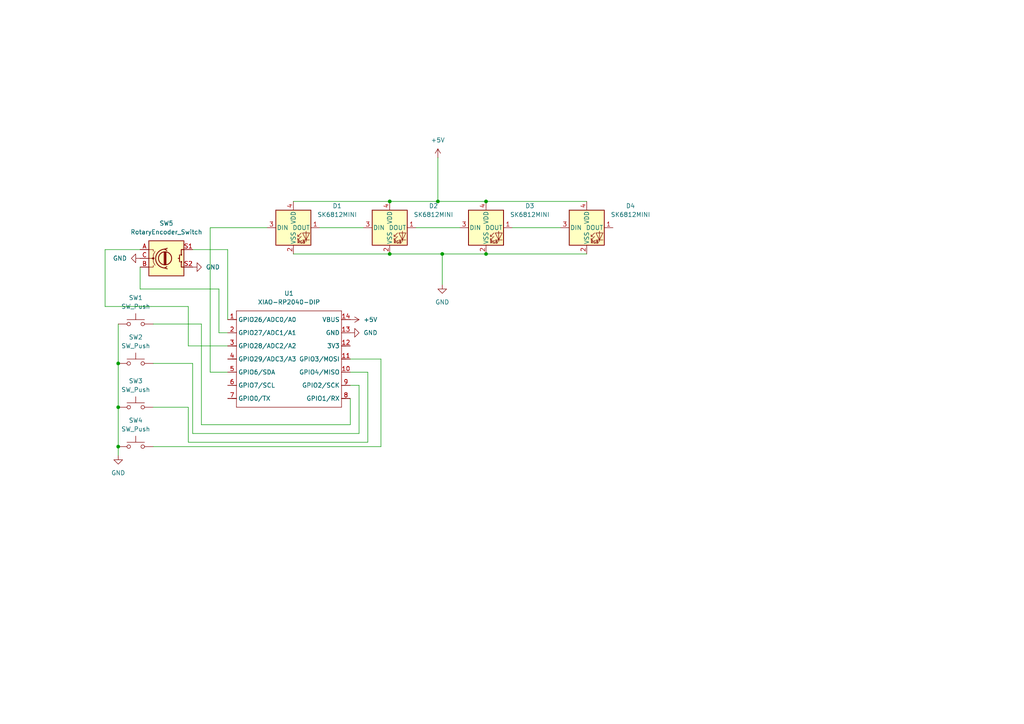
<source format=kicad_sch>
(kicad_sch (version 20231120) (generator "eeschema") (generator_version "8.0")
  (paper "A4")
  (title_block (title "Yet Another Hackpad") (date "2025-02-16") (rev "v1.0") (company "wlmchen"))
  (lib_symbols
    (symbol "Device:RotaryEncoder_Switch" (pin_names (offset 0.254) hide)
      (property "Reference" "SW" (at 0 6.604 0))
      (property "Value" "RotaryEncoder_Switch" (at 0 -6.604 0))
      (symbol "RotaryEncoder_Switch_0_1"
        (rectangle (start -5.08 5.08) (end 5.08 -5.08) (stroke (width 0.254)) (fill (type background)))
        (circle (center -3.81 0) (radius 0.254) (fill (type outline)))
        (circle (center -0.381 0) (radius 1.905) (stroke (width 0.254)))
        (arc (start -0.381 2.667) (mid -3.0988 -0.0635) (end -0.381 -2.794) (stroke (width 0.254)))
        (polyline (pts (xy -0.635 -1.778) (xy -0.635 1.778)) (stroke (width 0.254)))
        (polyline (pts (xy -0.381 -1.778) (xy -0.381 1.778)) (stroke (width 0.254)))
        (polyline (pts (xy -0.127 1.778) (xy -0.127 -1.778)) (stroke (width 0.254)))
        (polyline (pts (xy 3.81 0) (xy 3.429 0)) (stroke (width 0.254)))
        (polyline (pts (xy 3.81 1.016) (xy 3.81 -1.016)) (stroke (width 0.254)))
        (polyline (pts (xy -5.08 -2.54) (xy -3.81 -2.54) (xy -3.81 -2.032)))
        (polyline (pts (xy -5.08 2.54) (xy -3.81 2.54) (xy -3.81 2.032)))
        (polyline (pts (xy 0.254 -3.048) (xy -0.508 -2.794) (xy 0.127 -2.413)) (stroke (width 0.254)))
        (polyline (pts (xy 0.254 2.921) (xy -0.508 2.667) (xy 0.127 2.286)) (stroke (width 0.254)))
        (polyline (pts (xy 5.08 -2.54) (xy 4.318 -2.54) (xy 4.318 -1.016)) (stroke (width 0.254)))
        (polyline (pts (xy 5.08 2.54) (xy 4.318 2.54) (xy 4.318 1.016)) (stroke (width 0.254)))
        (polyline (pts (xy -5.08 0) (xy -3.81 0) (xy -3.81 -1.016) (xy -3.302 -2.032)))
        (polyline (pts (xy -4.318 0) (xy -3.81 0) (xy -3.81 1.016) (xy -3.302 2.032)))
        (circle (center 4.318 -1.016) (radius 0.127) (stroke (width 0.254)))
        (circle (center 4.318 1.016) (radius 0.127) (stroke (width 0.254)))
      )
      (symbol "RotaryEncoder_Switch_1_1"
        (pin passive line (at -7.62 2.54 0) (length 2.54) (name "A") (number "A"))
        (pin passive line (at -7.62 -2.54 0) (length 2.54) (name "B") (number "B"))
        (pin passive line (at -7.62 0 0) (length 2.54) (name "C") (number "C"))
        (pin passive line (at 7.62 2.54 180) (length 2.54) (name "S1") (number "S1"))
        (pin passive line (at 7.62 -2.54 180) (length 2.54) (name "S2") (number "S2"))
      )
    )
    (symbol "LED:SK6812MINI" (pin_names (offset 0.254))
      (property "Reference" "D" (at 5.08 5.715 0))
      (property "Value" "SK6812MINI" (at 1.27 -5.715 0))
      (symbol "SK6812MINI_0_0"
        (text "RGB" (at 2.286 -4.191 0) (effects (font (size 0.762 0.762))))
      )
      (symbol "SK6812MINI_0_1"
        (polyline (pts (xy 1.27 -3.556) (xy 1.778 -3.556)))
        (polyline (pts (xy 1.27 -2.54) (xy 1.778 -2.54)))
        (polyline (pts (xy 4.699 -3.556) (xy 2.667 -3.556)))
        (polyline (pts (xy 2.286 -2.54) (xy 1.27 -3.556) (xy 1.27 -3.048)))
        (polyline (pts (xy 2.286 -1.524) (xy 1.27 -2.54) (xy 1.27 -2.032)))
        (polyline (pts (xy 3.683 -1.016) (xy 3.683 -3.556) (xy 3.683 -4.064)))
        (polyline (pts (xy 4.699 -1.524) (xy 2.667 -1.524) (xy 3.683 -3.556) (xy 4.699 -1.524)))
        (rectangle (start 5.08 5.08) (end -5.08 -5.08) (stroke (width 0.254)) (fill (type background)))
      )
      (symbol "SK6812MINI_1_1"
        (pin output line (at 7.62 0 180) (length 2.54) (name "DOUT") (number "1"))
        (pin power_in line (at 0 -7.62 90) (length 2.54) (name "VSS") (number "2"))
        (pin input line (at -7.62 0 0) (length 2.54) (name "DIN") (number "3"))
        (pin power_in line (at 0 7.62 270) (length 2.54) (name "VDD") (number "4"))
      )
    )
    (symbol "OPL:XIAO-RP2040-DIP"
      (property "Reference" "U" (at 0 0 0))
      (property "Value" "XIAO-RP2040-DIP" (at 5.334 -1.778 0))
      (symbol "XIAO-RP2040-DIP_1_0"
        (polyline (pts (xy -1.27 -30.48) (xy -1.27 -16.51)) (stroke (width 0.1524)))
        (polyline (pts (xy -1.27 -27.94) (xy -2.54 -27.94)) (stroke (width 0.1524)))
        (polyline (pts (xy -1.27 -24.13) (xy -2.54 -24.13)) (stroke (width 0.1524)))
        (polyline (pts (xy -1.27 -20.32) (xy -2.54 -20.32)) (stroke (width 0.1524)))
        (polyline (pts (xy -1.27 -16.51) (xy -2.54 -16.51)) (stroke (width 0.1524)))
        (polyline (pts (xy -1.27 -16.51) (xy -1.27 -12.7)) (stroke (width 0.1524)))
        (polyline (pts (xy -1.27 -12.7) (xy -2.54 -12.7)) (stroke (width 0.1524)))
        (polyline (pts (xy -1.27 -12.7) (xy -1.27 -8.89)) (stroke (width 0.1524)))
        (polyline (pts (xy -1.27 -8.89) (xy -2.54 -8.89)) (stroke (width 0.1524)))
        (polyline (pts (xy -1.27 -8.89) (xy -1.27 -5.08)) (stroke (width 0.1524)))
        (polyline (pts (xy -1.27 -5.08) (xy -2.54 -5.08)) (stroke (width 0.1524)))
        (polyline (pts (xy -1.27 -5.08) (xy -1.27 -2.54)) (stroke (width 0.1524)))
        (polyline (pts (xy -1.27 -2.54) (xy 29.21 -2.54)) (stroke (width 0.1524)))
        (polyline (pts (xy 29.21 -30.48) (xy -1.27 -30.48)) (stroke (width 0.1524)))
        (polyline (pts (xy 29.21 -12.7) (xy 29.21 -30.48)) (stroke (width 0.1524)))
        (polyline (pts (xy 29.21 -8.89) (xy 29.21 -12.7)) (stroke (width 0.1524)))
        (polyline (pts (xy 29.21 -5.08) (xy 29.21 -8.89)) (stroke (width 0.1524)))
        (polyline (pts (xy 29.21 -2.54) (xy 29.21 -5.08)) (stroke (width 0.1524)))
        (polyline (pts (xy 30.48 -27.94) (xy 29.21 -27.94)) (stroke (width 0.1524)))
        (polyline (pts (xy 30.48 -24.13) (xy 29.21 -24.13)) (stroke (width 0.1524)))
        (polyline (pts (xy 30.48 -20.32) (xy 29.21 -20.32)) (stroke (width 0.1524)))
        (polyline (pts (xy 30.48 -16.51) (xy 29.21 -16.51)) (stroke (width 0.1524)))
        (polyline (pts (xy 30.48 -12.7) (xy 29.21 -12.7)) (stroke (width 0.1524)))
        (polyline (pts (xy 30.48 -8.89) (xy 29.21 -8.89)) (stroke (width 0.1524)))
        (polyline (pts (xy 30.48 -5.08) (xy 29.21 -5.08)) (stroke (width 0.1524)))
        (pin passive line (at -3.81 -5.08 0) (length 2.54) (name "GPIO26/ADC0/A0") (number "1"))
        (pin passive line (at 31.75 -20.32 180) (length 2.54) (name "GPIO4/MISO") (number "10"))
        (pin passive line (at 31.75 -16.51 180) (length 2.54) (name "GPIO3/MOSI") (number "11"))
        (pin passive line (at 31.75 -12.7 180) (length 2.54) (name "3V3") (number "12"))
        (pin passive line (at 31.75 -8.89 180) (length 2.54) (name "GND") (number "13"))
        (pin passive line (at 31.75 -5.08 180) (length 2.54) (name "VBUS") (number "14"))
        (pin passive line (at -3.81 -8.89 0) (length 2.54) (name "GPIO27/ADC1/A1") (number "2"))
        (pin passive line (at -3.81 -12.7 0) (length 2.54) (name "GPIO28/ADC2/A2") (number "3"))
        (pin passive line (at -3.81 -16.51 0) (length 2.54) (name "GPIO29/ADC3/A3") (number "4"))
        (pin passive line (at -3.81 -20.32 0) (length 2.54) (name "GPIO6/SDA") (number "5"))
        (pin passive line (at -3.81 -24.13 0) (length 2.54) (name "GPIO7/SCL") (number "6"))
        (pin passive line (at -3.81 -27.94 0) (length 2.54) (name "GPIO0/TX") (number "7"))
        (pin passive line (at 31.75 -27.94 180) (length 2.54) (name "GPIO1/RX") (number "8"))
        (pin passive line (at 31.75 -24.13 180) (length 2.54) (name "GPIO2/SCK") (number "9"))
      )
    )
    (symbol "Switch:SW_Push" (pin_numbers hide) (pin_names (offset 1.016) hide)
      (property "Reference" "SW" (at 1.27 2.54 0))
      (property "Value" "SW_Push" (at 0 -1.524 0))
      (symbol "SW_Push_0_1"
        (circle (center -2.032 0) (radius 0.508))
        (polyline (pts (xy 0 1.27) (xy 0 3.048)))
        (polyline (pts (xy 2.54 1.27) (xy -2.54 1.27)))
        (circle (center 2.032 0) (radius 0.508))
        (pin passive line (at -5.08 0 0) (length 2.54) (name "1") (number "1"))
        (pin passive line (at 5.08 0 180) (length 2.54) (name "2") (number "2"))
      )
    )
    (symbol "power:+5V" (power) (pin_numbers hide) (pin_names (offset 0) hide)
      (property "Value" "+5V" (at 0 3.556 0))
      (symbol "+5V_0_1"
        (polyline (pts (xy -0.762 1.27) (xy 0 2.54)))
        (polyline (pts (xy 0 0) (xy 0 2.54)))
        (polyline (pts (xy 0 2.54) (xy 0.762 1.27)))
      )
      (symbol "+5V_1_1"
        (pin power_in line (at 0 0 90) (length 0) (name "~") (number "1"))
      )
    )
    (symbol "power:GND" (power) (pin_numbers hide) (pin_names (offset 0) hide)
      (property "Value" "GND" (at 0 -3.81 0))
      (symbol "GND_0_1"
        (polyline (pts (xy 0 0) (xy 0 -1.27) (xy 1.27 -1.27) (xy 0 -2.54) (xy -1.27 -1.27) (xy 0 -1.27)))
      )
      (symbol "GND_1_1"
        (pin power_in line (at 0 0 270) (length 0) (name "~") (number "1"))
      )
    )
  )
  (junction (at 113.03 58.42))
  (junction (at 140.97 73.66))
  (junction (at 140.97 58.42))
  (junction (at 113.03 73.66))
  (junction (at 34.29 105.41))
  (junction (at 128.27 73.66))
  (junction (at 34.29 118.11))
  (junction (at 34.29 129.54))
  (junction (at 127 58.42))
  (wire (pts (xy 120.65 66.04) (xy 133.35 66.04)))
  (wire (pts (xy 55.88 125.73) (xy 104.14 125.73)))
  (wire (pts (xy 60.96 107.95) (xy 66.04 107.95)))
  (wire (pts (xy 63.5 83.82) (xy 63.5 96.52)))
  (wire (pts (xy 92.71 66.04) (xy 105.41 66.04)))
  (wire (pts (xy 30.48 72.39) (xy 30.48 88.9)))
  (wire (pts (xy 34.29 105.41) (xy 34.29 118.11)))
  (wire (pts (xy 54.61 128.27) (xy 106.68 128.27)))
  (wire (pts (xy 40.64 83.82) (xy 63.5 83.82)))
  (wire (pts (xy 60.96 66.04) (xy 60.96 107.95)))
  (wire (pts (xy 104.14 125.73) (xy 104.14 111.76)))
  (wire (pts (xy 44.45 118.11) (xy 54.61 118.11)))
  (wire (pts (xy 34.29 129.54) (xy 34.29 132.08)))
  (wire (pts (xy 54.61 88.9) (xy 54.61 100.33)))
  (wire (pts (xy 54.61 118.11) (xy 54.61 128.27)))
  (wire (pts (xy 106.68 107.95) (xy 101.6 107.95)))
  (wire (pts (xy 106.68 128.27) (xy 106.68 107.95)))
  (wire (pts (xy 44.45 105.41) (xy 55.88 105.41)))
  (wire (pts (xy 110.49 104.14) (xy 101.6 104.14)))
  (wire (pts (xy 30.48 88.9) (xy 54.61 88.9)))
  (wire (pts (xy 148.59 66.04) (xy 162.56 66.04)))
  (wire (pts (xy 110.49 129.54) (xy 110.49 104.14)))
  (wire (pts (xy 113.03 73.66) (xy 128.27 73.66)))
  (wire (pts (xy 140.97 73.66) (xy 170.18 73.66)))
  (wire (pts (xy 44.45 93.98) (xy 58.42 93.98)))
  (wire (pts (xy 34.29 93.98) (xy 34.29 105.41)))
  (wire (pts (xy 58.42 123.19) (xy 101.6 123.19)))
  (wire (pts (xy 54.61 100.33) (xy 66.04 100.33)))
  (wire (pts (xy 77.47 66.04) (xy 60.96 66.04)))
  (wire (pts (xy 40.64 72.39) (xy 30.48 72.39)))
  (wire (pts (xy 128.27 73.66) (xy 140.97 73.66)))
  (wire (pts (xy 40.64 77.47) (xy 40.64 83.82)))
  (wire (pts (xy 85.09 73.66) (xy 113.03 73.66)))
  (wire (pts (xy 85.09 58.42) (xy 113.03 58.42)))
  (wire (pts (xy 127 58.42) (xy 140.97 58.42)))
  (wire (pts (xy 127 45.72) (xy 127 58.42)))
  (wire (pts (xy 128.27 82.55) (xy 128.27 73.66)))
  (wire (pts (xy 113.03 58.42) (xy 127 58.42)))
  (wire (pts (xy 44.45 129.54) (xy 110.49 129.54)))
  (wire (pts (xy 55.88 105.41) (xy 55.88 125.73)))
  (wire (pts (xy 63.5 96.52) (xy 66.04 96.52)))
  (wire (pts (xy 140.97 58.42) (xy 170.18 58.42)))
  (wire (pts (xy 58.42 93.98) (xy 58.42 123.19)))
  (wire (pts (xy 66.04 72.39) (xy 66.04 92.71)))
  (wire (pts (xy 104.14 111.76) (xy 101.6 111.76)))
  (wire (pts (xy 55.88 72.39) (xy 66.04 72.39)))
  (wire (pts (xy 101.6 123.19) (xy 101.6 115.57)))
  (wire (pts (xy 34.29 118.11) (xy 34.29 129.54)))
  (symbol (lib_id "Switch:SW_Push") (at 39.37 129.54 0) (unit 1)
    (property "Reference" "SW4" (at 39.37 121.92 0))
    (property "Value" "SW_Push" (at 39.37 124.46 0))
    (property "Footprint" "Button_Switch_Keyboard:SW_Cherry_MX_1.00u_PCB" (effects (hide yes)))
    (property "Description" "Push button switch, generic, two pins" (effects (hide yes)))
  )
  (symbol (lib_id "power:GND") (at 34.29 132.08 0) (unit 1)
    (property "Reference" "#PWR05" (effects (hide yes)))
    (property "Value" "GND" (at 34.29 137.16 0))
    (property "Description" "Power symbol creates a global label with name \"GND\" , ground" (effects (hide yes)))
  )
  (symbol (lib_id "power:+5V") (at 101.6 92.71 270) (unit 1)
    (property "Reference" "#PWR01" (effects (hide yes)))
    (property "Value" "+5V" (at 105.41 92.7099 90) (effects (justify left)))
    (property "Description" "Power symbol creates a global label with name \"+5V\"" (effects (hide yes)))
  )
  (symbol (lib_id "LED:SK6812MINI") (at 85.09 66.04 0) (unit 1)
    (property "Reference" "D1" (at 97.79 59.7214 0))
    (property "Value" "SK6812MINI" (at 97.79 62.2614 0))
    (property "Footprint" "neo:SK6812MINI-E" (effects (hide yes)))
    (property "Datasheet" "https://cdn-shop.adafruit.com/product-files/2686/SK6812MINI_REV.01-1-2.pdf" (effects (hide yes)))
    (property "Description" "RGB LED with integrated controller" (effects (hide yes)))
  )
  (symbol (lib_id "Device:RotaryEncoder_Switch") (at 48.26 74.93 0) (unit 1)
    (property "Reference" "SW5" (at 48.26 64.77 0))
    (property "Value" "RotaryEncoder_Switch" (at 48.26 67.31 0))
    (property "Footprint" "Rotary_Encoder:RotaryEncoder_Alps_EC11E-Switch_Vertical_H20mm_CircularMountingHoles" (effects (hide yes)))
    (property "Description" "Rotary encoder, dual channel, incremental quadrate outputs, with switch" (effects (hide yes)))
  )
  (symbol (lib_id "power:GND") (at 40.64 74.93 270) (unit 1)
    (property "Reference" "#PWR07" (effects (hide yes)))
    (property "Value" "GND" (at 36.83 74.9299 90) (effects (justify right)))
    (property "Description" "Power symbol creates a global label with name \"GND\" , ground" (effects (hide yes)))
  )
  (symbol (lib_id "power:+5V") (at 127 45.72 0) (unit 1)
    (property "Reference" "#PWR03" (effects (hide yes)))
    (property "Value" "+5V" (at 127 40.64 0))
    (property "Description" "Power symbol creates a global label with name \"+5V\"" (effects (hide yes)))
  )
  (symbol (lib_id "LED:SK6812MINI") (at 170.18 66.04 0) (unit 1)
    (property "Reference" "D4" (at 182.88 59.7214 0))
    (property "Value" "SK6812MINI" (at 182.88 62.2614 0))
    (property "Footprint" "neo:SK6812MINI-E" (effects (hide yes)))
    (property "Datasheet" "https://cdn-shop.adafruit.com/product-files/2686/SK6812MINI_REV.01-1-2.pdf" (effects (hide yes)))
    (property "Description" "RGB LED with integrated controller" (effects (hide yes)))
  )
  (symbol (lib_id "power:GND") (at 55.88 77.47 90) (unit 1)
    (property "Reference" "#PWR06" (effects (hide yes)))
    (property "Value" "GND" (at 59.69 77.4699 90) (effects (justify right)))
    (property "Description" "Power symbol creates a global label with name \"GND\" , ground" (effects (hide yes)))
  )
  (symbol (lib_id "Switch:SW_Push") (at 39.37 105.41 0) (unit 1)
    (property "Reference" "SW2" (at 39.37 97.79 0))
    (property "Value" "SW_Push" (at 39.37 100.33 0))
    (property "Footprint" "Button_Switch_Keyboard:SW_Cherry_MX_1.00u_PCB" (effects (hide yes)))
    (property "Description" "Push button switch, generic, two pins" (effects (hide yes)))
  )
  (symbol (lib_id "power:GND") (at 128.27 82.55 0) (unit 1)
    (property "Reference" "#PWR04" (effects (hide yes)))
    (property "Value" "GND" (at 128.27 87.63 0))
    (property "Description" "Power symbol creates a global label with name \"GND\" , ground" (effects (hide yes)))
  )
  (symbol (lib_id "Switch:SW_Push") (at 39.37 118.11 0) (unit 1)
    (property "Reference" "SW3" (at 39.37 110.49 0))
    (property "Value" "SW_Push" (at 39.37 113.03 0))
    (property "Footprint" "Button_Switch_Keyboard:SW_Cherry_MX_1.00u_PCB" (effects (hide yes)))
    (property "Description" "Push button switch, generic, two pins" (effects (hide yes)))
  )
  (symbol (lib_id "power:GND") (at 101.6 96.52 90) (unit 1)
    (property "Reference" "#PWR02" (effects (hide yes)))
    (property "Value" "GND" (at 105.41 96.5199 90) (effects (justify right)))
    (property "Description" "Power symbol creates a global label with name \"GND\" , ground" (effects (hide yes)))
  )
  (symbol (lib_id "OPL:XIAO-RP2040-DIP") (at 69.85 87.63 0) (unit 1)
    (property "Reference" "U1" (at 83.82 85.09 0))
    (property "Value" "XIAO-RP2040-DIP" (at 83.82 87.63 0))
    (property "Footprint" "OPL:XIAO-RP2040-DIP" (effects (hide yes)))
  )
  (symbol (lib_id "Switch:SW_Push") (at 39.37 93.98 0) (unit 1)
    (property "Reference" "SW1" (at 39.37 86.36 0))
    (property "Value" "SW_Push" (at 39.37 88.9 0))
    (property "Footprint" "Button_Switch_Keyboard:SW_Cherry_MX_1.00u_PCB" (effects (hide yes)))
    (property "Description" "Push button switch, generic, two pins" (effects (hide yes)))
  )
  (symbol (lib_id "LED:SK6812MINI") (at 113.03 66.04 0) (unit 1)
    (property "Reference" "D2" (at 125.73 59.7214 0))
    (property "Value" "SK6812MINI" (at 125.73 62.2614 0))
    (property "Footprint" "neo:SK6812MINI-E" (effects (hide yes)))
    (property "Datasheet" "https://cdn-shop.adafruit.com/product-files/2686/SK6812MINI_REV.01-1-2.pdf" (effects (hide yes)))
    (property "Description" "RGB LED with integrated controller" (effects (hide yes)))
  )
  (symbol (lib_id "LED:SK6812MINI") (at 140.97 66.04 0) (unit 1)
    (property "Reference" "D3" (at 153.67 59.7214 0))
    (property "Value" "SK6812MINI" (at 153.67 62.2614 0))
    (property "Footprint" "neo:SK6812MINI-E" (effects (hide yes)))
    (property "Datasheet" "https://cdn-shop.adafruit.com/product-files/2686/SK6812MINI_REV.01-1-2.pdf" (effects (hide yes)))
    (property "Description" "RGB LED with integrated controller" (effects (hide yes)))
  )
)
</source>
